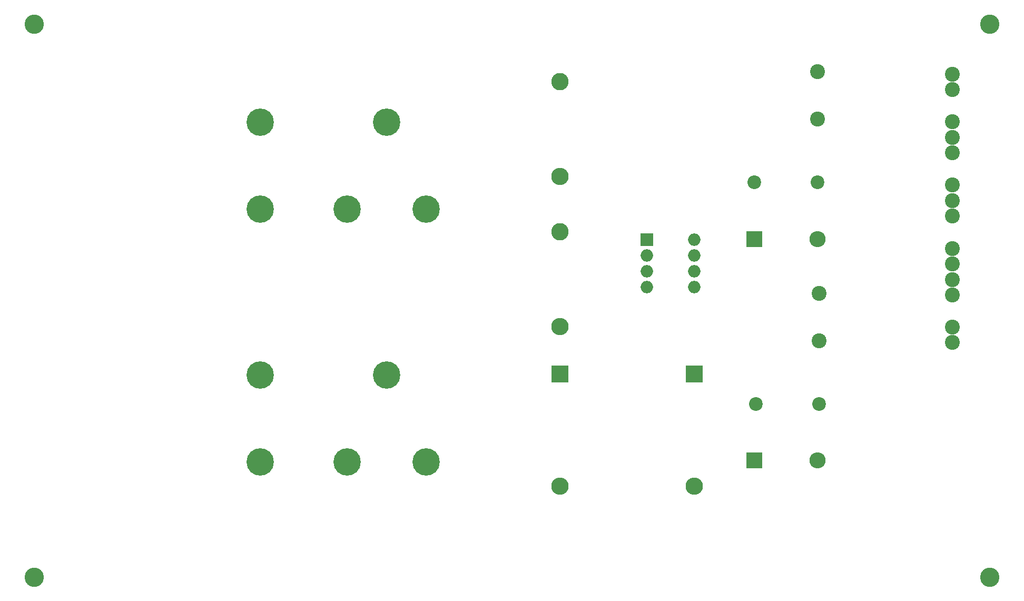
<source format=gbr>
G04 #@! TF.GenerationSoftware,KiCad,Pcbnew,(5.1.4)-1*
G04 #@! TF.CreationDate,2019-09-08T23:44:08+01:00*
G04 #@! TF.ProjectId,lightsBoard,6c696768-7473-4426-9f61-72642e6b6963,rev?*
G04 #@! TF.SameCoordinates,Original*
G04 #@! TF.FileFunction,Soldermask,Top*
G04 #@! TF.FilePolarity,Negative*
%FSLAX46Y46*%
G04 Gerber Fmt 4.6, Leading zero omitted, Abs format (unit mm)*
G04 Created by KiCad (PCBNEW (5.1.4)-1) date 2019-09-08 23:44:08*
%MOMM*%
%LPD*%
G04 APERTURE LIST*
%ADD10C,3.100000*%
%ADD11R,2.800000X2.800000*%
%ADD12O,2.800000X2.800000*%
%ADD13O,2.600000X2.600000*%
%ADD14R,2.600000X2.600000*%
%ADD15C,2.400000*%
%ADD16C,2.800000*%
%ADD17R,2.000000X2.000000*%
%ADD18O,2.000000X2.000000*%
%ADD19C,4.400500*%
%ADD20C,2.200000*%
G04 APERTURE END LIST*
D10*
X58600000Y-139450000D03*
X58600000Y-50550000D03*
X212240000Y-139450000D03*
X212240000Y-50550000D03*
D11*
X143091000Y-106830000D03*
D12*
X143091000Y-124830000D03*
D11*
X164681000Y-106830000D03*
D12*
X164681000Y-124830000D03*
D13*
X184493000Y-85113000D03*
D14*
X174333000Y-85113000D03*
X174333000Y-120673000D03*
D13*
X184493000Y-120673000D03*
D15*
X206210000Y-61110000D03*
X206210000Y-58610000D03*
X206210000Y-71270000D03*
X206210000Y-68770000D03*
X206210000Y-66270000D03*
X206210000Y-76430000D03*
X206210000Y-78930000D03*
X206210000Y-81430000D03*
X206210000Y-94130000D03*
X206210000Y-91630000D03*
X206210000Y-89130000D03*
X206210000Y-86630000D03*
X206210000Y-99250000D03*
X206210000Y-101750000D03*
D12*
X143091000Y-75080000D03*
D16*
X143091000Y-59840000D03*
X143091000Y-83970000D03*
D12*
X143091000Y-99210000D03*
D17*
X157061000Y-85240000D03*
D18*
X164681000Y-92860000D03*
X157061000Y-87780000D03*
X164681000Y-90320000D03*
X157061000Y-90320000D03*
X164681000Y-87780000D03*
X157061000Y-92860000D03*
X164681000Y-85240000D03*
D19*
X94958000Y-66317000D03*
X115278000Y-66317000D03*
X94958000Y-80287000D03*
X108928000Y-80287000D03*
X121628000Y-80287000D03*
X94958000Y-106957000D03*
X115278000Y-106957000D03*
X94958000Y-120927000D03*
X108928000Y-120927000D03*
X121628000Y-120927000D03*
D15*
X184493000Y-58189000D03*
X184493000Y-65809000D03*
D20*
X184493000Y-75969000D03*
X174333000Y-75969000D03*
X174587000Y-111656000D03*
X184747000Y-111656000D03*
D15*
X184747000Y-101496000D03*
X184747000Y-93876000D03*
M02*

</source>
